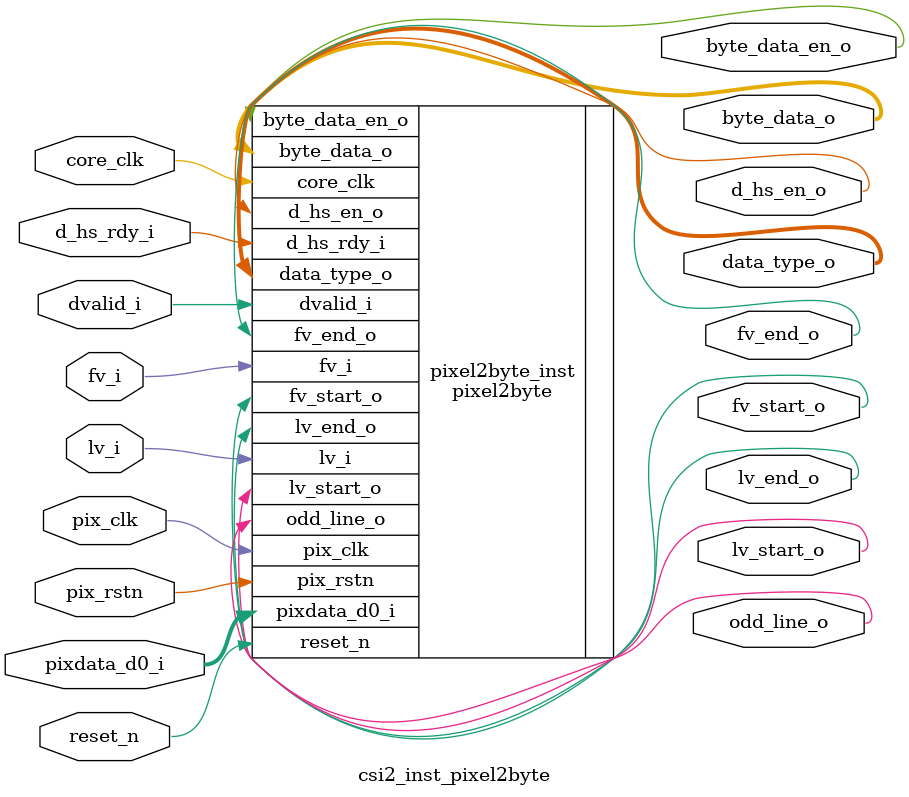
<source format=v>

module csi2_inst_pixel2byte (

////added ports for handshaking with LP HS controller
  input                  d_hs_rdy_i, // Flag from LPHS controller that indicates
                                     // it is ready to process data
  output                 d_hs_en_o,  // Flag that indicates request signal from
                                     // from pixel2byte to LPHS controller

  // clock and reset
  input wire                        pix_clk,
  input wire                        core_clk,
  input wire                        reset_n,
  input wire                        pix_rstn, 
    

  input wire                        fv_i,              // frame valid input for CMOS i/f
  input wire                        lv_i,              // line valid input for CMOS i/f
  input wire                        dvalid_i,          // data valid
  input wire [24-1:0]    pixdata_d0_i,

  // DPHY data wiDTh for RGB and RAW
  output wire                       byte_data_en_o,
  output wire [4*16-1:0] byte_data_o,	
  output wire [5:0]                 data_type_o,

  // Frame format for RGB
  output wire                       fv_start_o,
  output wire                       fv_end_o,
  output wire                       lv_start_o,
  output wire                       lv_end_o,
  output wire                       odd_line_o
);

pixel2byte # (
  .DT            (6'h24),	
  .LANE_WIDTH    (2),
  .GEAR_16       (0),
  .DATA_WIDTH    (16),
  .WORD_WIDTH    (24),
  .DSI_FORMAT    (0),
  .NUM_PIX_LANE  (1)
)
pixel2byte_inst  (
////added ports for handshaking with LP HS controller
  .d_hs_rdy_i    (d_hs_rdy_i),
  .d_hs_en_o     (d_hs_en_o),

  .pix_clk       (pix_clk),
  .core_clk      (core_clk),
  .reset_n       (reset_n),
  .pix_rstn      (pix_rstn), 

  .fv_i          (fv_i),          
  .lv_i          (lv_i),          
  .dvalid_i      (dvalid_i),      
  .pixdata_d0_i  (pixdata_d0_i),

  // DPHY data width for RGB and RAW
  .byte_data_en_o (byte_data_en_o),
  .byte_data_o    (byte_data_o),	
  .data_type_o    (data_type_o),

  // Frame format for RGB
  .fv_start_o     (fv_start_o),
  .fv_end_o       (fv_end_o),
  .lv_start_o     (lv_start_o),
  .lv_end_o       (lv_end_o),
  .odd_line_o     (odd_line_o)
);

endmodule

</source>
